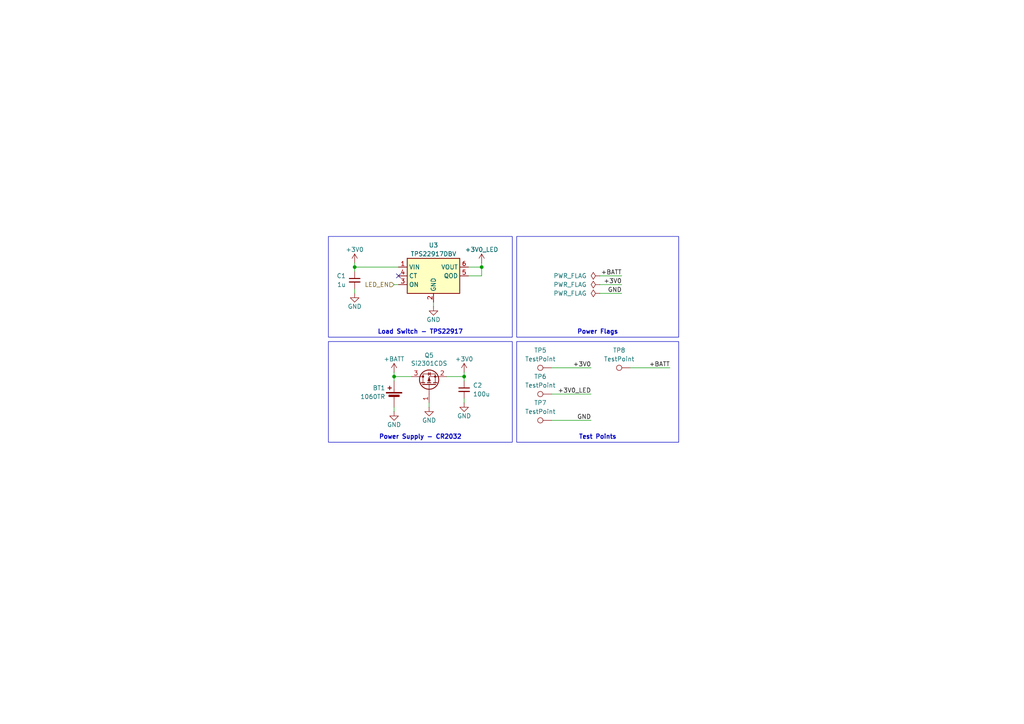
<source format=kicad_sch>
(kicad_sch (version 20231120) (generator "eeschema") (generator_version "8.0")
  (paper "A4")
  (title_block (title "PlanTher") (date "2025-04-21") (rev "A") (company "Getbit Systems") (comment 4 "Designer: Mauricio Barroso Benavides"))
  (lib_symbols
    (symbol "Connector:TestPoint" (pin_numbers hide) (pin_names (offset 0.762) hide)
      (property "Reference" "TP" (at 0 6.858 0))
      (property "Value" "TestPoint" (at 0 5.08 0))
      (symbol "TestPoint_0_1"
        (circle (center 0 3.302) (radius 0.762))
      )
      (symbol "TestPoint_1_1"
        (pin passive line (at 0 0 90) (length 2.54) (name "1") (number "1"))
      )
    )
    (symbol "Device:Battery_Cell" (pin_numbers hide) (pin_names (offset 0) hide)
      (property "Reference" "BT" (at 2.54 2.54 0))
      (property "Value" "Battery_Cell" (at 2.54 0 0))
      (symbol "Battery_Cell_0_1"
        (rectangle (start -2.286 1.778) (end 2.286 1.524) (fill (type outline)))
        (rectangle (start -1.524 1.016) (end 1.524 0.508) (fill (type outline)))
        (polyline (pts (xy 0 0.762) (xy 0 0)))
        (polyline (pts (xy 0 1.778) (xy 0 2.54)))
        (polyline (pts (xy 0.762 3.048) (xy 1.778 3.048)) (stroke (width 0.254)))
        (polyline (pts (xy 1.27 3.556) (xy 1.27 2.54)) (stroke (width 0.254)))
      )
      (symbol "Battery_Cell_1_1"
        (pin passive line (at 0 5.08 270) (length 2.54) (name "+") (number "1"))
        (pin passive line (at 0 -2.54 90) (length 2.54) (name "-") (number "2"))
      )
    )
    (symbol "Device:C_Small" (pin_numbers hide) (pin_names (offset 0.254) hide)
      (property "Reference" "C" (at 0.254 1.778 0))
      (property "Value" "C_Small" (at 0.254 -2.032 0))
      (symbol "C_Small_0_1"
        (polyline (pts (xy -1.524 -0.508) (xy 1.524 -0.508)) (stroke (width 0.3302)))
        (polyline (pts (xy -1.524 0.508) (xy 1.524 0.508)) (stroke (width 0.3048)))
      )
      (symbol "C_Small_1_1"
        (pin passive line (at 0 2.54 270) (length 2.032) (name "~") (number "1"))
        (pin passive line (at 0 -2.54 90) (length 2.032) (name "~") (number "2"))
      )
    )
    (symbol "Device:Q_PMOS_GSD" (pin_names (offset 0) hide)
      (property "Reference" "Q" (at 5.08 1.27 0))
      (property "Value" "Q_PMOS_GSD" (at 5.08 -1.27 0))
      (symbol "Q_PMOS_GSD_0_1"
        (polyline (pts (xy 0.254 0) (xy -2.54 0)))
        (polyline (pts (xy 0.254 1.905) (xy 0.254 -1.905)) (stroke (width 0.254)))
        (polyline (pts (xy 0.762 -1.27) (xy 0.762 -2.286)) (stroke (width 0.254)))
        (polyline (pts (xy 0.762 0.508) (xy 0.762 -0.508)) (stroke (width 0.254)))
        (polyline (pts (xy 0.762 2.286) (xy 0.762 1.27)) (stroke (width 0.254)))
        (polyline (pts (xy 2.54 2.54) (xy 2.54 1.778)))
        (polyline (pts (xy 2.54 -2.54) (xy 2.54 0) (xy 0.762 0)))
        (polyline (pts (xy 0.762 1.778) (xy 3.302 1.778) (xy 3.302 -1.778) (xy 0.762 -1.778)))
        (polyline (pts (xy 2.286 0) (xy 1.27 0.381) (xy 1.27 -0.381) (xy 2.286 0)) (fill (type outline)))
        (polyline (pts (xy 2.794 -0.508) (xy 2.921 -0.381) (xy 3.683 -0.381) (xy 3.81 -0.254)))
        (polyline (pts (xy 3.302 -0.381) (xy 2.921 0.254) (xy 3.683 0.254) (xy 3.302 -0.381)))
        (circle (center 1.651 0) (radius 2.794) (stroke (width 0.254)))
        (circle (center 2.54 -1.778) (radius 0.254) (fill (type outline)))
        (circle (center 2.54 1.778) (radius 0.254) (fill (type outline)))
      )
      (symbol "Q_PMOS_GSD_1_1"
        (pin input line (at -5.08 0 0) (length 2.54) (name "G") (number "1"))
        (pin passive line (at 2.54 -5.08 90) (length 2.54) (name "S") (number "2"))
        (pin passive line (at 2.54 5.08 270) (length 2.54) (name "D") (number "3"))
      )
    )
    (symbol "Power_Management:TPS22917DBV"
      (property "Reference" "U" (at -6.35 6.35 0))
      (property "Value" "TPS22917DBV" (at 2.54 6.35 0))
      (symbol "TPS22917DBV_0_1"
        (rectangle (start -7.62 5.08) (end 7.62 -5.08) (stroke (width 0.254)) (fill (type background)))
      )
      (symbol "TPS22917DBV_1_1"
        (pin power_in line (at -10.16 2.54 0) (length 2.54) (name "VIN") (number "1"))
        (pin power_in line (at 0 -7.62 90) (length 2.54) (name "GND") (number "2"))
        (pin input line (at -10.16 -2.54 0) (length 2.54) (name "ON") (number "3"))
        (pin output line (at -10.16 0 0) (length 2.54) (name "CT") (number "4"))
        (pin open_collector line (at 10.16 0 180) (length 2.54) (name "QOD") (number "5"))
        (pin power_out line (at 10.16 2.54 180) (length 2.54) (name "VOUT") (number "6"))
      )
    )
    (symbol "power:+3V0" (power) (pin_numbers hide) (pin_names (offset 0) hide)
      (property "Value" "+3V0" (at 0 3.556 0))
      (symbol "+3V0_0_1"
        (polyline (pts (xy -0.762 1.27) (xy 0 2.54)))
        (polyline (pts (xy 0 0) (xy 0 2.54)))
        (polyline (pts (xy 0 2.54) (xy 0.762 1.27)))
      )
      (symbol "+3V0_1_1"
        (pin power_in line (at 0 0 90) (length 0) (name "~") (number "1"))
      )
    )
    (symbol "power:+BATT" (power) (pin_numbers hide) (pin_names (offset 0) hide)
      (property "Value" "+BATT" (at 0 3.556 0))
      (symbol "+BATT_0_1"
        (polyline (pts (xy -0.762 1.27) (xy 0 2.54)))
        (polyline (pts (xy 0 0) (xy 0 2.54)))
        (polyline (pts (xy 0 2.54) (xy 0.762 1.27)))
      )
      (symbol "+BATT_1_1"
        (pin power_in line (at 0 0 90) (length 0) (name "~") (number "1"))
      )
    )
    (symbol "power:GND" (power) (pin_numbers hide) (pin_names (offset 0) hide)
      (property "Value" "GND" (at 0 -3.81 0))
      (symbol "GND_0_1"
        (polyline (pts (xy 0 0) (xy 0 -1.27) (xy 1.27 -1.27) (xy 0 -2.54) (xy -1.27 -1.27) (xy 0 -1.27)))
      )
      (symbol "GND_1_1"
        (pin power_in line (at 0 0 270) (length 0) (name "~") (number "1"))
      )
    )
    (symbol "power:PWR_FLAG" (power) (pin_numbers hide) (pin_names (offset 0) hide)
      (property "Value" "PWR_FLAG" (at 0 3.81 0))
      (symbol "PWR_FLAG_0_0"
        (pin power_out line (at 0 0 90) (length 0) (name "~") (number "1"))
      )
      (symbol "PWR_FLAG_0_1"
        (polyline (pts (xy 0 0) (xy 0 1.27) (xy -1.016 1.905) (xy 0 2.54) (xy 1.016 1.905) (xy 0 1.27)))
      )
    )
  )
  (junction (at 114.3 109.22))
  (junction (at 134.62 109.22))
  (junction (at 139.7 77.47))
  (junction (at 102.87 77.47))
  (no_connect (at 115.57 80.01))
  (wire (pts (xy 160.02 121.92) (xy 171.45 121.92)))
  (wire (pts (xy 139.7 77.47) (xy 139.7 76.2)))
  (wire (pts (xy 160.02 106.68) (xy 171.45 106.68)))
  (wire (pts (xy 173.99 85.09) (xy 180.34 85.09)))
  (wire (pts (xy 139.7 80.01) (xy 139.7 77.47)))
  (wire (pts (xy 115.57 77.47) (xy 102.87 77.47)))
  (wire (pts (xy 114.3 109.22) (xy 119.38 109.22)))
  (wire (pts (xy 173.99 80.01) (xy 180.34 80.01)))
  (wire (pts (xy 129.54 109.22) (xy 134.62 109.22)))
  (wire (pts (xy 114.3 118.11) (xy 114.3 119.38)))
  (wire (pts (xy 134.62 107.95) (xy 134.62 109.22)))
  (wire (pts (xy 102.87 83.82) (xy 102.87 85.09)))
  (wire (pts (xy 124.46 116.84) (xy 124.46 118.11)))
  (wire (pts (xy 160.02 114.3) (xy 171.45 114.3)))
  (wire (pts (xy 135.89 77.47) (xy 139.7 77.47)))
  (wire (pts (xy 114.3 107.95) (xy 114.3 109.22)))
  (wire (pts (xy 102.87 77.47) (xy 102.87 78.74)))
  (wire (pts (xy 114.3 82.55) (xy 115.57 82.55)))
  (wire (pts (xy 125.73 87.63) (xy 125.73 88.9)))
  (wire (pts (xy 114.3 109.22) (xy 114.3 110.49)))
  (wire (pts (xy 134.62 115.57) (xy 134.62 116.84)))
  (wire (pts (xy 134.62 109.22) (xy 134.62 110.49)))
  (wire (pts (xy 135.89 80.01) (xy 139.7 80.01)))
  (wire (pts (xy 102.87 76.2) (xy 102.87 77.47)))
  (wire (pts (xy 182.88 106.68) (xy 194.31 106.68)))
  (wire (pts (xy 173.99 82.55) (xy 180.34 82.55)))
  (text_box "Power Flags" (at 149.86 68.58 0) (size 46.99 29.21) (effects (font (size 1.27 1.27) (thickness 0.254) (bold yes)) (justify bottom)))
  (text_box "Power Supply - CR2032" (at 95.25 99.06 0) (size 53.34 29.21) (effects (font (size 1.27 1.27) (thickness 0.254) (bold yes)) (justify bottom)))
  (text_box "Test Points" (at 149.86 99.06 0) (size 46.99 29.21) (effects (font (size 1.27 1.27) (thickness 0.254) (bold yes)) (justify bottom)))
  (text_box "Load Switch - TPS22917" (at 95.25 68.58 0) (size 53.34 29.21) (effects (font (size 1.27 1.27) (thickness 0.254) (bold yes)) (justify bottom)))
  (label "+BATT" (at 194.31 106.68 180))
  (label "GND" (at 180.34 85.09 180))
  (label "GND" (at 171.45 121.92 180))
  (label "+3V0" (at 171.45 106.68 180))
  (label "+BATT" (at 180.34 80.01 180))
  (label "+3V0_LED" (at 171.45 114.3 180))
  (label "+3V0" (at 180.34 82.55 180))
  (hierarchical_label "LED_EN" (shape input) (at 114.3 82.55 180))
  (symbol (lib_id "power:+3V0") (at 102.87 76.2 0) (unit 1)
    (property "Reference" "#PWR013" (effects (hide yes)))
    (property "Value" "+3V0" (at 102.87 72.39 0))
    (property "Description" "Power symbol creates a global label with name \"+3V0\"" (effects (hide yes)))
  )
  (symbol (lib_id "Device:Battery_Cell") (at 114.3 115.57 0) (mirror y) (unit 1)
    (property "Reference" "BT1" (at 111.76 112.522 0) (effects (justify left)))
    (property "Value" "1060TR" (at 111.76 115.062 0) (effects (justify left)))
    (property "Footprint" "Battery:BatteryHolder_Keystone_1060_1x2032" (effects (hide yes)))
    (property "Datasheet" "https://www.lcsc.com/datasheet/lcsc_datasheet_1811061923_Q-J-CR2032-BS-6-1_C70377.pdf" (effects (hide yes)))
    (property "Description" "SMD BatteryConnector" (effects (hide yes)))
    (property "LCSC" "C238069" (effects (hide yes)))
    (property "Mouser" "534-1060TR " (effects (hide yes)))
  )
  (symbol (lib_id "Connector:TestPoint") (at 182.88 106.68 90) (unit 1)
    (property "Reference" "TP8" (at 179.578 101.6 90))
    (property "Value" "TestPoint" (at 179.578 104.14 90))
    (property "Footprint" "TestPoint:TestPoint_Pad_D1.0mm" (effects (hide yes)))
    (property "Description" "test point" (effects (hide yes)))
  )
  (symbol (lib_id "power:GND") (at 114.3 119.38 0) (unit 1)
    (property "Reference" "#PWR06" (effects (hide yes)))
    (property "Value" "GND" (at 114.3 123.19 0))
    (property "Description" "Power symbol creates a global label with name \"GND\" , ground" (effects (hide yes)))
  )
  (symbol (lib_id "power:GND") (at 102.87 85.09 0) (unit 1)
    (property "Reference" "#PWR014" (effects (hide yes)))
    (property "Value" "GND" (at 102.87 88.9 0))
    (property "Description" "Power symbol creates a global label with name \"GND\" , ground" (effects (hide yes)))
  )
  (symbol (lib_id "Device:C_Small") (at 134.62 113.03 0) (unit 1)
    (property "Reference" "C2" (at 137.16 111.7662 0) (effects (justify left)))
    (property "Value" "100u" (at 137.16 114.3062 0) (effects (justify left)))
    (property "Footprint" "Capacitor_SMD:C_1206_3216Metric" (effects (hide yes)))
    (property "Datasheet" "https://www.lcsc.com/datasheet/lcsc_datasheet_2304140030_Samsung-Electro-Mechanics-CL31A107MQHNNNE_C15008.pdf" (effects (hide yes)))
    (property "Description" "6.3V 100uF X5R ±20% 1206 Multilayer Ceramic Capacitors MLCC - SMD/SMT ROHS" (effects (hide yes)))
    (property "LCSC" "C15008" (effects (hide yes)))
    (property "Mouser" "187-CL31A107MQHNNNE " (effects (hide yes)))
  )
  (symbol (lib_id "Connector:TestPoint") (at 160.02 121.92 90) (unit 1)
    (property "Reference" "TP7" (at 156.718 116.84 90))
    (property "Value" "TestPoint" (at 156.718 119.38 90))
    (property "Footprint" "TestPoint:TestPoint_Pad_D1.0mm" (effects (hide yes)))
    (property "Description" "test point" (effects (hide yes)))
  )
  (symbol (lib_id "power:+3V0") (at 134.62 107.95 0) (unit 1)
    (property "Reference" "#PWR024" (effects (hide yes)))
    (property "Value" "+3V0" (at 134.62 104.14 0))
    (property "Description" "Power symbol creates a global label with name \"+3V0\"" (effects (hide yes)))
  )
  (symbol (lib_id "power:GND") (at 134.62 116.84 0) (unit 1)
    (property "Reference" "#PWR026" (effects (hide yes)))
    (property "Value" "GND" (at 134.62 120.65 0))
    (property "Description" "Power symbol creates a global label with name \"GND\" , ground" (effects (hide yes)))
  )
  (symbol (lib_id "power:+3V0") (at 139.7 76.2 0) (unit 1)
    (property "Reference" "#PWR017" (effects (hide yes)))
    (property "Value" "+3V0_LED" (at 139.7 72.39 0))
    (property "Description" "Power symbol creates a global label with name \"+3V0\"" (effects (hide yes)))
  )
  (symbol (lib_id "power:GND") (at 124.46 118.11 0) (unit 1)
    (property "Reference" "#PWR012" (effects (hide yes)))
    (property "Value" "GND" (at 124.46 121.92 0))
    (property "Description" "Power symbol creates a global label with name \"GND\" , ground" (effects (hide yes)))
  )
  (symbol (lib_id "power:PWR_FLAG") (at 173.99 80.01 90) (unit 1)
    (property "Reference" "#FLG01" (effects (hide yes)))
    (property "Value" "PWR_FLAG" (at 170.18 80.0099 90) (effects (justify left)))
    (property "Description" "Special symbol for telling ERC where power comes from" (effects (hide yes)))
  )
  (symbol (lib_id "power:PWR_FLAG") (at 173.99 85.09 90) (unit 1)
    (property "Reference" "#FLG03" (effects (hide yes)))
    (property "Value" "PWR_FLAG" (at 170.18 85.0899 90) (effects (justify left)))
    (property "Description" "Special symbol for telling ERC where power comes from" (effects (hide yes)))
  )
  (symbol (lib_id "power:PWR_FLAG") (at 173.99 82.55 90) (unit 1)
    (property "Reference" "#FLG02" (effects (hide yes)))
    (property "Value" "PWR_FLAG" (at 170.18 82.5499 90) (effects (justify left)))
    (property "Description" "Special symbol for telling ERC where power comes from" (effects (hide yes)))
  )
  (symbol (lib_id "power:GND") (at 125.73 88.9 0) (unit 1)
    (property "Reference" "#PWR016" (effects (hide yes)))
    (property "Value" "GND" (at 125.73 92.71 0))
    (property "Description" "Power symbol creates a global label with name \"GND\" , ground" (effects (hide yes)))
  )
  (symbol (lib_id "Connector:TestPoint") (at 160.02 106.68 90) (unit 1)
    (property "Reference" "TP5" (at 156.718 101.6 90))
    (property "Value" "TestPoint" (at 156.718 104.14 90))
    (property "Footprint" "TestPoint:TestPoint_Pad_D1.0mm" (effects (hide yes)))
    (property "Description" "test point" (effects (hide yes)))
  )
  (symbol (lib_id "Device:C_Small") (at 102.87 81.28 0) (mirror y) (unit 1)
    (property "Reference" "C1" (at 100.33 80.0162 0) (effects (justify left)))
    (property "Value" "1u" (at 100.33 82.5562 0) (effects (justify left)))
    (property "Footprint" "Capacitor_SMD:C_0603_1608Metric" (effects (hide yes)))
    (property "Datasheet" "https://www.lcsc.com/datasheet/lcsc_datasheet_2304140030_Samsung-Electro-Mechanics-CL10A105KB8NNNC_C15849.pdf" (effects (hide yes)))
    (property "Description" "50V 1uF X5R ±10% 0603 Multilayer Ceramic Capacitors MLCC - SMD/SMT ROHS" (effects (hide yes)))
    (property "LCSC" "C15849" (effects (hide yes)))
    (property "Mouser" "187-CL10A105KB8NNNC " (effects (hide yes)))
  )
  (symbol (lib_id "Device:Q_PMOS_GSD") (at 124.46 111.76 90) (unit 1)
    (property "Reference" "Q5" (at 124.46 103.0732 90))
    (property "Value" "Si2301CDS" (at 124.46 105.41 90))
    (property "Footprint" "Package_TO_SOT_SMD:SOT-23" (effects (hide yes)))
    (property "Datasheet" "https://www.vishay.com/docs/68741/si2301cd.pdf" (effects (hide yes)))
    (property "Description" "20V 3.1A 112mΩ@4.5V,2.8A 1V@250uA 1 Piece P-Channel SOT-23 MOSFETs ROHS" (effects (hide yes)))
    (property "LCSC" "C10487" (effects (hide yes)))
    (property "Mouser" "781-SI2301CDS-T1-GE3 " (effects (hide yes)))
  )
  (symbol (lib_id "Power_Management:TPS22917DBV") (at 125.73 80.01 0) (unit 1)
    (property "Reference" "U3" (at 125.73 71.12 0))
    (property "Value" "TPS22917DBV" (at 125.73 73.66 0))
    (property "Footprint" "Package_TO_SOT_SMD:SOT-23-6" (effects (hide yes)))
    (property "Datasheet" "http://www.ti.com/lit/ds/symlink/tps22917.pdf" (effects (hide yes)))
    (property "Description" "0V~5.5V 80mΩ 2A 1 SOT-23-6 Power Distribution Switches ROHS" (effects (hide yes)))
    (property "LCSC" "C2681320" (effects (hide yes)))
    (property "Mouser" "595-TPS22917DBVR " (effects (hide yes)))
  )
  (symbol (lib_id "power:+BATT") (at 114.3 107.95 0) (unit 1)
    (property "Reference" "#PWR04" (effects (hide yes)))
    (property "Value" "+BATT" (at 114.3 104.14 0))
    (property "Description" "Power symbol creates a global label with name \"+BATT\"" (effects (hide yes)))
  )
  (symbol (lib_id "Connector:TestPoint") (at 160.02 114.3 90) (unit 1)
    (property "Reference" "TP6" (at 156.718 109.22 90))
    (property "Value" "TestPoint" (at 156.718 111.76 90))
    (property "Footprint" "TestPoint:TestPoint_Pad_D1.0mm" (effects (hide yes)))
    (property "Description" "test point" (effects (hide yes)))
  )
)
</source>
